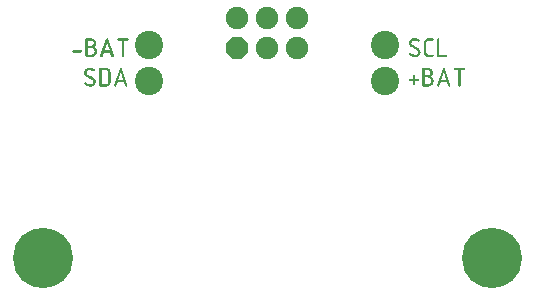
<source format=gts>
G04*
G04 #@! TF.GenerationSoftware,Altium Limited,Altium Designer,20.1.8 (145)*
G04*
G04 Layer_Color=8388736*
%FSTAX43Y43*%
%MOMM*%
G71*
G04*
G04 #@! TF.SameCoordinates,6FD7267E-AB92-4DD8-86E6-B6500F98B660*
G04*
G04*
G04 #@! TF.FilePolarity,Negative*
G04*
G01*
G75*
%ADD10C,2.400*%
%ADD11C,1.900*%
%ADD12P,2.057X8X22.5*%
%ADD13C,5.100*%
G36*
X005898Y0069094D02*
X0059008Y0069091D01*
X0059039Y0069088D01*
X0059069Y0069085D01*
X0059139Y0069074D01*
X0059211Y006906D01*
X005928Y0069038D01*
X0059311Y0069024D01*
X0059341Y0069007D01*
X0059344Y0069005D01*
X005935Y0069002D01*
X0059361Y0068994D01*
X0059372Y0068982D01*
X0059391Y0068955D01*
X0059397Y0068935D01*
X00594Y0068916D01*
Y0068913D01*
Y006891D01*
X0059397Y0068891D01*
X0059386Y0068869D01*
X005938Y0068855D01*
X0059369Y0068844D01*
X0059363Y0068838D01*
X005935Y006883D01*
X0059327Y0068819D01*
X0059313Y0068816D01*
X0059297Y0068813D01*
X0059294D01*
X0059286Y0068816D01*
X0059272Y0068819D01*
X0059255Y0068824D01*
X0059252D01*
X0059247Y0068827D01*
X0059238Y006883D01*
X0059225Y0068835D01*
X0059211Y0068841D01*
X0059191Y0068846D01*
X0059147Y006886D01*
X0059094Y0068871D01*
X0059036Y0068883D01*
X0058975Y0068891D01*
X0058911Y0068894D01*
X0058897D01*
X005888Y0068891D01*
X0058861Y0068885D01*
X0058836Y006888D01*
X0058814Y0068869D01*
X0058789Y0068852D01*
X0058764Y0068833D01*
X0058761Y006883D01*
X0058755Y0068821D01*
X0058744Y0068808D01*
X0058736Y0068791D01*
X0058725Y0068769D01*
X0058714Y0068744D01*
X0058708Y0068716D01*
X0058705Y0068685D01*
Y0068683D01*
Y006868D01*
X0058708Y0068663D01*
X0058711Y0068641D01*
X0058719Y0068613D01*
X0058733Y0068583D01*
X0058753Y0068552D01*
X005878Y0068524D01*
X0058816Y0068499D01*
X0059252Y0068275D01*
X0059255D01*
X0059263Y0068269D01*
X0059275Y0068263D01*
X0059288Y0068252D01*
X0059305Y0068241D01*
X0059325Y0068225D01*
X0059344Y0068205D01*
X0059366Y0068186D01*
X0059388Y0068161D01*
X0059408Y0068136D01*
X0059427Y0068105D01*
X0059444Y0068072D01*
X0059458Y0068036D01*
X0059472Y0067997D01*
X0059477Y0067955D01*
X005948Y0067911D01*
Y0067908D01*
Y0067903D01*
Y0067894D01*
X0059477Y0067883D01*
X0059474Y006785D01*
X0059466Y0067811D01*
X0059449Y0067767D01*
X0059427Y0067717D01*
X00594Y0067667D01*
X005938Y0067642D01*
X0059358Y0067619D01*
X0059352Y0067614D01*
X0059336Y00676D01*
X0059311Y0067581D01*
X0059275Y0067561D01*
X0059233Y0067539D01*
X0059183Y0067519D01*
X0059127Y0067506D01*
X0059097Y0067503D01*
X0059066Y00675D01*
X0059039D01*
X0059016Y0067503D01*
X0058991Y0067506D01*
X0058961Y0067508D01*
X0058928Y0067514D01*
X0058891Y0067522D01*
X0058808Y0067542D01*
X0058767Y0067556D01*
X0058722Y0067572D01*
X0058675Y0067592D01*
X005863Y0067617D01*
X0058586Y0067642D01*
X0058542Y0067672D01*
X0058539Y0067675D01*
X0058536Y0067678D01*
X0058522Y0067694D01*
X0058506Y0067722D01*
X0058503Y0067739D01*
X00585Y0067755D01*
Y0067758D01*
Y0067764D01*
X0058503Y006778D01*
X0058511Y0067803D01*
X0058528Y0067825D01*
X0058531Y0067828D01*
X0058533Y006783D01*
X0058547Y0067841D01*
X0058572Y006785D01*
X0058586Y0067855D01*
X0058605D01*
X0058617Y0067853D01*
X0058633Y006785D01*
X0058653Y0067841D01*
X0058655Y0067839D01*
X0058667Y0067833D01*
X0058683Y0067825D01*
X0058708Y0067811D01*
X0058739Y0067794D01*
X0058775Y0067775D01*
X0058819Y0067755D01*
X0058869Y006773D01*
X0058872D01*
X0058886Y0067725D01*
X0058903Y0067722D01*
X0058928Y0067717D01*
X0058955Y0067711D01*
X0058989Y0067708D01*
X0059027Y0067703D01*
X005908D01*
X0059097Y0067705D01*
X0059116Y0067711D01*
X0059139Y0067717D01*
X0059164Y0067728D01*
X0059186Y0067744D01*
X0059211Y0067764D01*
X0059213Y0067767D01*
X0059222Y0067775D01*
X005923Y0067789D01*
X0059244Y0067805D01*
X0059255Y0067828D01*
X0059263Y0067853D01*
X0059272Y006788D01*
X0059275Y0067911D01*
Y0067914D01*
Y0067916D01*
Y006793D01*
X0059269Y0067953D01*
X0059263Y006798D01*
X0059252Y0068011D01*
X0059238Y0068041D01*
X0059216Y0068069D01*
X0059186Y0068094D01*
X0058722Y0068319D01*
X0058719Y0068322D01*
X0058714Y0068325D01*
X0058703Y006833D01*
X0058689Y0068341D01*
X0058669Y0068352D01*
X0058653Y0068369D01*
X005863Y0068386D01*
X0058611Y0068408D01*
X0058592Y0068433D01*
X0058569Y0068458D01*
X0058553Y0068488D01*
X0058536Y0068522D01*
X0058519Y0068558D01*
X0058508Y0068597D01*
X0058503Y0068641D01*
X00585Y0068685D01*
Y0068688D01*
Y0068694D01*
Y0068702D01*
X0058503Y0068713D01*
X0058506Y0068747D01*
X0058514Y0068785D01*
X0058531Y006883D01*
X005855Y006888D01*
X0058581Y0068927D01*
X0058597Y0068952D01*
X0058619Y0068974D01*
X0058622Y0068977D01*
X0058625Y006898D01*
X0058642Y0068994D01*
X0058667Y0069013D01*
X00587Y0069035D01*
X0058744Y0069057D01*
X0058792Y0069077D01*
X005885Y0069091D01*
X005888Y0069096D01*
X0058958D01*
X005898Y0069094D01*
D02*
G37*
G36*
X0061623D02*
X006164Y0069088D01*
X0061657Y0069077D01*
X0061673Y0069063D01*
X0061687Y0069044D01*
X0061698Y0069019D01*
X0062159Y0067633D01*
Y006763D01*
X0062162Y0067622D01*
X0062165Y0067611D01*
Y00676D01*
Y0067594D01*
X0062162Y0067583D01*
X0062159Y0067569D01*
X0062151Y006755D01*
X006214Y0067531D01*
X006212Y0067517D01*
X0062095Y0067506D01*
X0062062Y00675D01*
X0062051D01*
X0062037Y0067503D01*
X0062023Y0067508D01*
X0062006Y0067517D01*
X006199Y0067531D01*
X0061976Y0067547D01*
X0061965Y0067569D01*
X0061859Y0067886D01*
X0061335D01*
X0061229Y0067569D01*
Y0067567D01*
X0061223Y0067558D01*
X0061218Y0067547D01*
X006121Y0067536D01*
X0061196Y0067522D01*
X0061179Y0067511D01*
X0061157Y0067503D01*
X0061132Y00675D01*
X0061126D01*
X0061115Y0067503D01*
X0061101Y0067506D01*
X0061082Y0067514D01*
X0061062Y0067525D01*
X0061049Y0067542D01*
X0061037Y0067567D01*
X0061032Y00676D01*
Y0067603D01*
Y0067611D01*
X0061035Y0067633D01*
X0061496Y0069016D01*
X0061498Y0069019D01*
X0061501Y006903D01*
X0061509Y0069041D01*
X0061518Y0069057D01*
X0061532Y0069071D01*
X0061551Y0069085D01*
X0061573Y0069094D01*
X0061598Y0069096D01*
X0061609D01*
X0061623Y0069094D01*
D02*
G37*
G36*
X0060363D02*
X0060393Y0069091D01*
X0060435Y0069082D01*
X0060482Y0069069D01*
X0060529Y0069046D01*
X0060579Y0069016D01*
X0060604Y0068999D01*
X0060627Y0068977D01*
X0060629D01*
X0060632Y0068971D01*
X0060646Y0068955D01*
X0060665Y006893D01*
X0060688Y0068896D01*
X0060707Y0068855D01*
X0060727Y0068805D01*
X006074Y0068747D01*
X0060746Y0068716D01*
Y0068685D01*
Y0067911D01*
Y0067908D01*
Y0067903D01*
Y0067894D01*
X0060743Y0067883D01*
X006074Y006785D01*
X0060732Y0067811D01*
X0060715Y0067764D01*
X0060693Y0067717D01*
X0060665Y0067667D01*
X0060646Y0067642D01*
X0060624Y0067619D01*
X0060618Y0067614D01*
X0060602Y00676D01*
X0060577Y0067581D01*
X0060543Y0067561D01*
X0060502Y0067539D01*
X0060452Y0067519D01*
X0060393Y0067506D01*
X0060363Y0067503D01*
X0060332Y00675D01*
X005986D01*
X0059849Y0067503D01*
X0059835Y0067506D01*
X0059816Y0067514D01*
X0059797Y0067525D01*
X0059783Y0067542D01*
X0059772Y0067567D01*
X0059766Y00676D01*
Y0068996D01*
Y0069002D01*
X0059769Y0069013D01*
X0059772Y0069027D01*
X005978Y0069046D01*
X0059791Y0069066D01*
X0059808Y006908D01*
X0059833Y0069091D01*
X0059866Y0069096D01*
X0060349D01*
X0060363Y0069094D01*
D02*
G37*
G36*
X0058238Y0070586D02*
X0058255Y0070583D01*
X0058275Y0070577D01*
X0058291Y0070564D01*
X0058308Y0070547D01*
X0058319Y0070522D01*
X0058325Y0070489D01*
Y0070483D01*
X0058322Y0070472D01*
X0058319Y0070455D01*
X0058311Y0070439D01*
X00583Y0070419D01*
X005828Y0070403D01*
X0058255Y0070391D01*
X0058222Y0070386D01*
X0057594D01*
X0057583Y0070389D01*
X0057569Y0070391D01*
X005755Y00704D01*
X0057531Y0070411D01*
X0057517Y007043D01*
X0057506Y0070455D01*
X00575Y0070489D01*
Y0070494D01*
X0057503Y0070505D01*
X0057506Y0070519D01*
X0057514Y0070539D01*
X0057525Y0070558D01*
X0057542Y0070572D01*
X0057567Y0070583D01*
X00576Y0070589D01*
X0058227D01*
X0058238Y0070586D01*
D02*
G37*
G36*
X0062189Y0071594D02*
X0062206Y0071591D01*
X0062225Y0071585D01*
X0062242Y0071571D01*
X0062258Y0071555D01*
X006227Y007153D01*
X0062275Y0071496D01*
Y0071491D01*
X0062272Y007148D01*
X006227Y0071463D01*
X0062261Y0071446D01*
X006225Y0071427D01*
X0062231Y007141D01*
X0062206Y0071399D01*
X0062172Y0071394D01*
X0061889D01*
Y00701D01*
Y0070094D01*
X0061886Y0070083D01*
X0061884Y0070069D01*
X0061875Y007005D01*
X0061864Y0070031D01*
X0061845Y0070017D01*
X006182Y0070006D01*
X0061786Y007D01*
X0061781D01*
X006177Y0070003D01*
X0061753Y0070006D01*
X0061737Y0070014D01*
X0061717Y0070025D01*
X00617Y0070042D01*
X0061689Y0070067D01*
X0061684Y00701D01*
Y0071394D01*
X0061392D01*
X0061381Y0071396D01*
X0061367Y0071399D01*
X0061348Y0071408D01*
X0061328Y0071419D01*
X0061315Y0071438D01*
X0061303Y0071463D01*
X0061298Y0071496D01*
Y0071502D01*
X0061301Y0071513D01*
X0061303Y0071527D01*
X0061312Y0071546D01*
X0061323Y0071566D01*
X006134Y007158D01*
X0061364Y0071591D01*
X0061398Y0071596D01*
X0062178D01*
X0062189Y0071594D01*
D02*
G37*
G36*
X0060465D02*
X0060482Y0071588D01*
X0060498Y0071577D01*
X0060515Y0071563D01*
X0060529Y0071544D01*
X006054Y0071519D01*
X0061001Y0070133D01*
Y007013D01*
X0061004Y0070122D01*
X0061006Y0070111D01*
Y00701D01*
Y0070094D01*
X0061004Y0070083D01*
X0061001Y0070069D01*
X0060992Y007005D01*
X0060981Y0070031D01*
X0060962Y0070017D01*
X0060937Y0070006D01*
X0060904Y007D01*
X0060893D01*
X0060879Y0070003D01*
X0060865Y0070008D01*
X0060848Y0070017D01*
X0060831Y0070031D01*
X0060818Y0070047D01*
X0060806Y0070069D01*
X0060701Y0070386D01*
X0060176D01*
X0060071Y0070069D01*
Y0070067D01*
X0060065Y0070058D01*
X006006Y0070047D01*
X0060051Y0070036D01*
X0060037Y0070022D01*
X0060021Y0070011D01*
X0059999Y0070003D01*
X0059974Y007D01*
X0059968D01*
X0059957Y0070003D01*
X0059943Y0070006D01*
X0059924Y0070014D01*
X0059904Y0070025D01*
X005989Y0070042D01*
X0059879Y0070067D01*
X0059874Y00701D01*
Y0070103D01*
Y0070111D01*
X0059876Y0070133D01*
X0060337Y0071516D01*
X006034Y0071519D01*
X0060343Y007153D01*
X0060351Y0071541D01*
X006036Y0071557D01*
X0060373Y0071571D01*
X0060393Y0071585D01*
X0060415Y0071594D01*
X006044Y0071596D01*
X0060451D01*
X0060465Y0071594D01*
D02*
G37*
G36*
X0059127D02*
X0059157Y0071591D01*
X0059199Y0071582D01*
X0059246Y0071569D01*
X0059293Y0071546D01*
X0059343Y0071516D01*
X0059368Y0071499D01*
X0059391Y0071477D01*
X0059393D01*
X0059396Y0071471D01*
X005941Y0071455D01*
X0059429Y007143D01*
X0059452Y0071396D01*
X0059471Y0071355D01*
X0059491Y0071305D01*
X0059504Y0071247D01*
X005951Y0071216D01*
Y0071185D01*
Y0071183D01*
Y0071177D01*
Y0071166D01*
X0059507Y0071152D01*
X0059504Y0071135D01*
X0059502Y0071119D01*
X0059493Y0071074D01*
X0059474Y0071024D01*
X0059449Y0070977D01*
X0059432Y0070952D01*
X0059413Y0070927D01*
X0059391Y0070905D01*
X0059366Y0070886D01*
X0059368D01*
X0059374Y007088D01*
X0059385Y0070872D01*
X0059402Y0070863D01*
X0059418Y007085D01*
X0059435Y0070833D01*
X0059457Y0070813D01*
X0059477Y0070791D01*
X0059496Y0070763D01*
X0059518Y0070736D01*
X0059535Y0070702D01*
X0059554Y0070666D01*
X0059568Y0070627D01*
X0059579Y0070586D01*
X0059585Y0070539D01*
X0059588Y0070489D01*
Y0070486D01*
Y007048D01*
Y0070469D01*
X0059585Y0070455D01*
X0059582Y0070439D01*
X0059579Y0070416D01*
X0059571Y0070369D01*
X0059552Y0070314D01*
X0059527Y0070258D01*
X005951Y0070228D01*
X0059491Y0070197D01*
X0059468Y0070169D01*
X0059443Y0070142D01*
X0059441Y0070139D01*
X0059438Y0070136D01*
X0059429Y0070128D01*
X0059418Y0070119D01*
X0059404Y0070108D01*
X0059388Y0070097D01*
X0059346Y0070072D01*
X0059296Y0070044D01*
X0059235Y0070022D01*
X0059169Y0070006D01*
X0059132Y0070003D01*
X0059096Y007D01*
X0058702D01*
X0058691Y0070003D01*
X0058677Y0070006D01*
X0058658Y0070014D01*
X0058638Y0070025D01*
X0058624Y0070042D01*
X0058613Y0070067D01*
X0058608Y00701D01*
Y0071496D01*
Y0071502D01*
X005861Y0071513D01*
X0058613Y0071527D01*
X0058622Y0071546D01*
X0058633Y0071566D01*
X0058649Y007158D01*
X0058674Y0071591D01*
X0058708Y0071596D01*
X0059113D01*
X0059127Y0071594D01*
D02*
G37*
G36*
X008648D02*
X0086508Y0071591D01*
X0086539Y0071588D01*
X0086569Y0071585D01*
X0086639Y0071574D01*
X0086711Y007156D01*
X008678Y0071538D01*
X0086811Y0071524D01*
X0086841Y0071507D01*
X0086844Y0071505D01*
X008685Y0071502D01*
X0086861Y0071494D01*
X0086872Y0071482D01*
X0086891Y0071455D01*
X0086897Y0071435D01*
X0086899Y0071416D01*
Y0071413D01*
Y007141D01*
X0086897Y0071391D01*
X0086886Y0071369D01*
X008688Y0071355D01*
X0086869Y0071344D01*
X0086863Y0071338D01*
X008685Y007133D01*
X0086827Y0071319D01*
X0086813Y0071316D01*
X0086797Y0071313D01*
X0086794D01*
X0086786Y0071316D01*
X0086772Y0071319D01*
X0086755Y0071324D01*
X0086752D01*
X0086747Y0071327D01*
X0086738Y007133D01*
X0086725Y0071335D01*
X0086711Y0071341D01*
X0086691Y0071346D01*
X0086647Y007136D01*
X0086594Y0071371D01*
X0086536Y0071383D01*
X0086475Y0071391D01*
X0086411Y0071394D01*
X0086397D01*
X008638Y0071391D01*
X0086361Y0071385D01*
X0086336Y007138D01*
X0086314Y0071369D01*
X0086289Y0071352D01*
X0086264Y0071333D01*
X0086261Y007133D01*
X0086255Y0071321D01*
X0086244Y0071308D01*
X0086236Y0071291D01*
X0086225Y0071269D01*
X0086214Y0071244D01*
X0086208Y0071216D01*
X0086205Y0071185D01*
Y0071183D01*
Y007118D01*
X0086208Y0071163D01*
X0086211Y0071141D01*
X0086219Y0071113D01*
X0086233Y0071083D01*
X0086253Y0071052D01*
X008628Y0071024D01*
X0086316Y0070999D01*
X0086752Y0070775D01*
X0086755D01*
X0086763Y0070769D01*
X0086775Y0070763D01*
X0086788Y0070752D01*
X0086805Y0070741D01*
X0086825Y0070725D01*
X0086844Y0070705D01*
X0086866Y0070686D01*
X0086888Y0070661D01*
X0086908Y0070636D01*
X0086927Y0070605D01*
X0086944Y0070572D01*
X0086958Y0070536D01*
X0086972Y0070497D01*
X0086977Y0070455D01*
X008698Y0070411D01*
Y0070408D01*
Y0070403D01*
Y0070394D01*
X0086977Y0070383D01*
X0086974Y007035D01*
X0086966Y0070311D01*
X0086949Y0070267D01*
X0086927Y0070217D01*
X0086899Y0070167D01*
X008688Y0070142D01*
X0086858Y0070119D01*
X0086852Y0070114D01*
X0086836Y00701D01*
X0086811Y0070081D01*
X0086775Y0070061D01*
X0086733Y0070039D01*
X0086683Y0070019D01*
X0086627Y0070006D01*
X0086597Y0070003D01*
X0086566Y007D01*
X0086539D01*
X0086516Y0070003D01*
X0086491Y0070006D01*
X0086461Y0070008D01*
X0086428Y0070014D01*
X0086391Y0070022D01*
X0086308Y0070042D01*
X0086267Y0070056D01*
X0086222Y0070072D01*
X0086175Y0070092D01*
X008613Y0070117D01*
X0086086Y0070142D01*
X0086042Y0070172D01*
X0086039Y0070175D01*
X0086036Y0070178D01*
X0086022Y0070194D01*
X0086006Y0070222D01*
X0086003Y0070239D01*
X0086Y0070255D01*
Y0070258D01*
Y0070264D01*
X0086003Y007028D01*
X0086011Y0070303D01*
X0086028Y0070325D01*
X0086031Y0070328D01*
X0086033Y007033D01*
X0086047Y0070341D01*
X0086072Y007035D01*
X0086086Y0070355D01*
X0086105D01*
X0086117Y0070353D01*
X0086133Y007035D01*
X0086153Y0070341D01*
X0086155Y0070339D01*
X0086167Y0070333D01*
X0086183Y0070325D01*
X0086208Y0070311D01*
X0086239Y0070294D01*
X0086275Y0070275D01*
X0086319Y0070255D01*
X0086369Y007023D01*
X0086372D01*
X0086386Y0070225D01*
X0086403Y0070222D01*
X0086428Y0070217D01*
X0086455Y0070211D01*
X0086489Y0070208D01*
X0086527Y0070203D01*
X008658D01*
X0086597Y0070205D01*
X0086616Y0070211D01*
X0086639Y0070217D01*
X0086664Y0070228D01*
X0086686Y0070244D01*
X0086711Y0070264D01*
X0086713Y0070267D01*
X0086722Y0070275D01*
X008673Y0070289D01*
X0086744Y0070305D01*
X0086755Y0070328D01*
X0086763Y0070353D01*
X0086772Y007038D01*
X0086775Y0070411D01*
Y0070414D01*
Y0070416D01*
Y007043D01*
X0086769Y0070453D01*
X0086763Y007048D01*
X0086752Y0070511D01*
X0086738Y0070541D01*
X0086716Y0070569D01*
X0086686Y0070594D01*
X0086222Y0070819D01*
X0086219Y0070822D01*
X0086214Y0070825D01*
X0086203Y007083D01*
X0086189Y0070841D01*
X0086169Y0070852D01*
X0086153Y0070869D01*
X008613Y0070886D01*
X0086111Y0070908D01*
X0086092Y0070933D01*
X0086069Y0070958D01*
X0086053Y0070988D01*
X0086036Y0071022D01*
X0086019Y0071058D01*
X0086008Y0071097D01*
X0086003Y0071141D01*
X0086Y0071185D01*
Y0071188D01*
Y0071194D01*
Y0071202D01*
X0086003Y0071213D01*
X0086006Y0071247D01*
X0086014Y0071285D01*
X0086031Y007133D01*
X008605Y007138D01*
X0086081Y0071427D01*
X0086097Y0071452D01*
X0086119Y0071474D01*
X0086122Y0071477D01*
X0086125Y007148D01*
X0086142Y0071494D01*
X0086167Y0071513D01*
X00862Y0071535D01*
X0086244Y0071557D01*
X0086291Y0071577D01*
X008635Y0071591D01*
X008638Y0071596D01*
X0086458D01*
X008648Y0071594D01*
D02*
G37*
G36*
X0088493D02*
X008851Y0071591D01*
X0088529Y0071585D01*
X0088546Y0071571D01*
X0088562Y0071555D01*
X0088574Y007153D01*
X0088579Y0071496D01*
Y0070203D01*
X0089101D01*
X0089112Y00702D01*
X0089129Y0070197D01*
X0089148Y0070192D01*
X0089165Y0070178D01*
X0089182Y0070161D01*
X0089193Y0070136D01*
X0089198Y0070103D01*
Y0070097D01*
X0089195Y0070086D01*
X0089193Y0070069D01*
X0089184Y0070053D01*
X0089173Y0070033D01*
X0089154Y0070017D01*
X0089129Y0070006D01*
X0089095Y007D01*
X0088468D01*
X0088457Y0070003D01*
X0088443Y0070006D01*
X0088424Y0070014D01*
X0088404Y0070025D01*
X008839Y0070042D01*
X0088379Y0070067D01*
X0088374Y00701D01*
Y0071496D01*
Y0071502D01*
X0088376Y0071513D01*
X0088379Y0071527D01*
X0088388Y0071546D01*
X0088399Y0071566D01*
X0088418Y007158D01*
X0088443Y0071591D01*
X0088476Y0071596D01*
X0088482D01*
X0088493Y0071594D01*
D02*
G37*
G36*
X0088002D02*
X0088018Y0071591D01*
X0088038Y0071585D01*
X0088054Y0071571D01*
X0088071Y0071555D01*
X0088082Y007153D01*
X0088088Y0071496D01*
Y0071491D01*
X0088085Y007148D01*
X0088082Y0071463D01*
X0088074Y0071446D01*
X0088063Y0071427D01*
X0088043Y007141D01*
X0088018Y0071399D01*
X0087985Y0071394D01*
X0087663D01*
X0087646Y0071391D01*
X0087627Y0071385D01*
X0087602Y007138D01*
X008758Y0071369D01*
X0087555Y0071352D01*
X008753Y0071333D01*
X0087527Y007133D01*
X0087521Y0071321D01*
X008751Y0071308D01*
X0087502Y0071291D01*
X0087491Y0071269D01*
X008748Y0071244D01*
X0087474Y0071216D01*
X0087471Y0071185D01*
Y0070411D01*
Y0070408D01*
Y0070397D01*
X0087474Y007038D01*
X008748Y0070358D01*
X0087485Y0070336D01*
X0087496Y0070311D01*
X008751Y0070286D01*
X008753Y0070261D01*
X0087532Y0070258D01*
X0087541Y0070253D01*
X0087555Y0070242D01*
X0087571Y0070233D01*
X0087594Y0070222D01*
X0087619Y0070211D01*
X0087646Y0070205D01*
X0087677Y0070203D01*
X0087991D01*
X0088002Y00702D01*
X0088018Y0070197D01*
X0088038Y0070192D01*
X0088054Y0070178D01*
X0088071Y0070161D01*
X0088082Y0070136D01*
X0088088Y0070103D01*
Y0070097D01*
X0088085Y0070086D01*
X0088082Y0070069D01*
X0088074Y0070053D01*
X0088063Y0070033D01*
X0088043Y0070017D01*
X0088018Y0070006D01*
X0087985Y007D01*
X008766D01*
X0087649Y0070003D01*
X0087616Y0070006D01*
X0087577Y0070014D01*
X008753Y0070031D01*
X0087482Y007005D01*
X0087433Y0070081D01*
X0087408Y0070097D01*
X0087385Y0070119D01*
Y0070122D01*
X008738Y0070125D01*
X0087366Y0070142D01*
X0087346Y0070167D01*
X0087327Y00702D01*
X0087305Y0070244D01*
X0087285Y0070291D01*
X0087272Y007035D01*
X0087269Y007038D01*
X0087266Y0070411D01*
Y0071185D01*
Y0071188D01*
Y0071194D01*
Y0071202D01*
X0087269Y0071213D01*
X0087272Y0071247D01*
X008728Y0071285D01*
X0087297Y007133D01*
X0087316Y007138D01*
X0087346Y0071427D01*
X0087363Y0071452D01*
X0087385Y0071474D01*
X0087388Y0071477D01*
X0087391Y007148D01*
X0087408Y0071494D01*
X0087433Y0071513D01*
X0087466Y0071535D01*
X008751Y0071557D01*
X0087557Y0071577D01*
X0087616Y0071591D01*
X0087646Y0071596D01*
X0087991D01*
X0088002Y0071594D01*
D02*
G37*
G36*
X008643Y0068474D02*
X0086447Y0068472D01*
X0086466Y0068466D01*
X0086483Y0068452D01*
X00865Y0068436D01*
X0086511Y0068411D01*
X0086516Y0068377D01*
Y0068166D01*
X008673D01*
X0086741Y0068164D01*
X0086758Y0068161D01*
X0086777Y0068155D01*
X0086794Y0068141D01*
X0086811Y0068125D01*
X0086822Y00681D01*
X0086827Y0068066D01*
Y0068061D01*
X0086825Y006805D01*
X0086822Y0068033D01*
X0086813Y0068016D01*
X0086802Y0067997D01*
X0086783Y006798D01*
X0086758Y0067969D01*
X0086725Y0067964D01*
X0086516D01*
Y0067755D01*
Y006775D01*
X0086514Y0067739D01*
X0086511Y0067725D01*
X0086503Y0067705D01*
X0086491Y0067686D01*
X0086472Y0067672D01*
X0086447Y0067661D01*
X0086414Y0067655D01*
X0086408D01*
X0086397Y0067658D01*
X008638Y0067661D01*
X0086364Y0067669D01*
X0086344Y006768D01*
X0086328Y0067697D01*
X0086316Y0067722D01*
X0086311Y0067755D01*
Y0067964D01*
X0086097D01*
X0086086Y0067966D01*
X0086069Y0067969D01*
X0086053Y0067978D01*
X0086033Y0067989D01*
X0086017Y0068008D01*
X0086006Y0068033D01*
X0086Y0068066D01*
Y0068072D01*
X0086003Y0068083D01*
X0086006Y0068097D01*
X0086014Y0068116D01*
X0086025Y0068136D01*
X0086044Y006815D01*
X0086069Y0068161D01*
X0086103Y0068166D01*
X0086311D01*
Y0068377D01*
Y0068383D01*
X0086314Y0068394D01*
X0086316Y0068408D01*
X0086325Y0068427D01*
X0086336Y0068447D01*
X0086355Y0068461D01*
X008638Y0068472D01*
X0086414Y0068477D01*
X0086419D01*
X008643Y0068474D01*
D02*
G37*
G36*
X0090689Y0069094D02*
X0090706Y0069091D01*
X0090725Y0069085D01*
X0090742Y0069071D01*
X0090758Y0069055D01*
X009077Y006903D01*
X0090775Y0068996D01*
Y0068991D01*
X0090772Y006898D01*
X009077Y0068963D01*
X0090761Y0068946D01*
X009075Y0068927D01*
X0090731Y006891D01*
X0090706Y0068899D01*
X0090672Y0068894D01*
X0090389D01*
Y00676D01*
Y0067594D01*
X0090386Y0067583D01*
X0090384Y0067569D01*
X0090375Y006755D01*
X0090364Y0067531D01*
X0090345Y0067517D01*
X009032Y0067506D01*
X0090286Y00675D01*
X0090281D01*
X009027Y0067503D01*
X0090253Y0067506D01*
X0090237Y0067514D01*
X0090217Y0067525D01*
X00902Y0067542D01*
X0090189Y0067567D01*
X0090184Y00676D01*
Y0068894D01*
X0089892D01*
X0089881Y0068896D01*
X0089867Y0068899D01*
X0089848Y0068908D01*
X0089828Y0068919D01*
X0089815Y0068938D01*
X0089803Y0068963D01*
X0089798Y0068996D01*
Y0069002D01*
X0089801Y0069013D01*
X0089803Y0069027D01*
X0089812Y0069046D01*
X0089823Y0069066D01*
X008984Y006908D01*
X0089865Y0069091D01*
X0089898Y0069096D01*
X0090678D01*
X0090689Y0069094D01*
D02*
G37*
G36*
X0088965D02*
X0088982Y0069088D01*
X0088998Y0069077D01*
X0089015Y0069063D01*
X0089029Y0069044D01*
X008904Y0069019D01*
X0089501Y0067633D01*
Y006763D01*
X0089504Y0067622D01*
X0089506Y0067611D01*
Y00676D01*
Y0067594D01*
X0089504Y0067583D01*
X0089501Y0067569D01*
X0089492Y006755D01*
X0089481Y0067531D01*
X0089462Y0067517D01*
X0089437Y0067506D01*
X0089404Y00675D01*
X0089393D01*
X0089379Y0067503D01*
X0089365Y0067508D01*
X0089348Y0067517D01*
X0089331Y0067531D01*
X0089318Y0067547D01*
X0089306Y0067569D01*
X0089201Y0067886D01*
X0088676D01*
X0088571Y0067569D01*
Y0067567D01*
X0088565Y0067558D01*
X008856Y0067547D01*
X0088551Y0067536D01*
X0088537Y0067522D01*
X0088521Y0067511D01*
X0088499Y0067503D01*
X0088474Y00675D01*
X0088468D01*
X0088457Y0067503D01*
X0088443Y0067506D01*
X0088424Y0067514D01*
X0088404Y0067525D01*
X008839Y0067542D01*
X0088379Y0067567D01*
X0088374Y00676D01*
Y0067603D01*
Y0067611D01*
X0088376Y0067633D01*
X0088837Y0069016D01*
X008884Y0069019D01*
X0088843Y006903D01*
X0088851Y0069041D01*
X008886Y0069057D01*
X0088873Y0069071D01*
X0088893Y0069085D01*
X0088915Y0069094D01*
X008894Y0069096D01*
X0088951D01*
X0088965Y0069094D01*
D02*
G37*
G36*
X0087627D02*
X0087657Y0069091D01*
X0087699Y0069082D01*
X0087746Y0069069D01*
X0087793Y0069046D01*
X0087843Y0069016D01*
X0087868Y0068999D01*
X0087891Y0068977D01*
X0087893D01*
X0087896Y0068971D01*
X008791Y0068955D01*
X0087929Y006893D01*
X0087952Y0068896D01*
X0087971Y0068855D01*
X0087991Y0068805D01*
X0088004Y0068747D01*
X008801Y0068716D01*
Y0068685D01*
Y0068683D01*
Y0068677D01*
Y0068666D01*
X0088007Y0068652D01*
X0088004Y0068635D01*
X0088002Y0068619D01*
X0087993Y0068574D01*
X0087974Y0068524D01*
X0087949Y0068477D01*
X0087932Y0068452D01*
X0087913Y0068427D01*
X0087891Y0068405D01*
X0087866Y0068386D01*
X0087868D01*
X0087874Y006838D01*
X0087885Y0068372D01*
X0087902Y0068363D01*
X0087918Y006835D01*
X0087935Y0068333D01*
X0087957Y0068313D01*
X0087977Y0068291D01*
X0087996Y0068263D01*
X0088018Y0068236D01*
X0088035Y0068202D01*
X0088054Y0068166D01*
X0088068Y0068127D01*
X0088079Y0068086D01*
X0088085Y0068039D01*
X0088088Y0067989D01*
Y0067986D01*
Y006798D01*
Y0067969D01*
X0088085Y0067955D01*
X0088082Y0067939D01*
X0088079Y0067916D01*
X0088071Y0067869D01*
X0088052Y0067814D01*
X0088027Y0067758D01*
X008801Y0067728D01*
X0087991Y0067697D01*
X0087968Y0067669D01*
X0087943Y0067642D01*
X0087941Y0067639D01*
X0087938Y0067636D01*
X0087929Y0067628D01*
X0087918Y0067619D01*
X0087904Y0067608D01*
X0087888Y0067597D01*
X0087846Y0067572D01*
X0087796Y0067544D01*
X0087735Y0067522D01*
X0087669Y0067506D01*
X0087632Y0067503D01*
X0087596Y00675D01*
X0087202D01*
X0087191Y0067503D01*
X0087177Y0067506D01*
X0087158Y0067514D01*
X0087138Y0067525D01*
X0087124Y0067542D01*
X0087113Y0067567D01*
X0087108Y00676D01*
Y0068996D01*
Y0069002D01*
X008711Y0069013D01*
X0087113Y0069027D01*
X0087122Y0069046D01*
X0087133Y0069066D01*
X0087149Y006908D01*
X0087174Y0069091D01*
X0087208Y0069096D01*
X0087613D01*
X0087627Y0069094D01*
D02*
G37*
%LPC*%
G36*
X0061598Y0068724D02*
X0061396Y0068089D01*
X0061801D01*
X0061598Y0068724D01*
D02*
G37*
G36*
X0060332Y0068894D02*
X0059971D01*
Y0067703D01*
X0060346D01*
X0060363Y0067705D01*
X0060382Y0067711D01*
X0060404Y0067717D01*
X0060429Y0067728D01*
X0060452Y0067744D01*
X0060477Y0067764D01*
X0060479Y0067767D01*
X0060488Y0067775D01*
X0060496Y0067789D01*
X006051Y0067805D01*
X0060521Y0067828D01*
X0060529Y0067853D01*
X0060538Y006788D01*
X0060541Y0067911D01*
Y0068685D01*
Y0068688D01*
Y0068699D01*
X0060538Y0068716D01*
X0060532Y0068735D01*
X0060527Y006876D01*
X0060516Y0068783D01*
X0060499Y0068808D01*
X0060479Y0068833D01*
X0060477Y0068835D01*
X0060468Y0068841D01*
X0060454Y0068852D01*
X0060438Y0068863D01*
X0060416Y0068874D01*
X0060391Y0068885D01*
X0060363Y0068891D01*
X0060332Y0068894D01*
D02*
G37*
G36*
X006044Y0071224D02*
X0060237Y0070589D01*
X0060643D01*
X006044Y0071224D01*
D02*
G37*
G36*
X0059096Y0071394D02*
X0058813D01*
Y0070977D01*
X005911D01*
X0059127Y007098D01*
X0059146Y0070986D01*
X0059169Y0070991D01*
X0059194Y0071002D01*
X0059216Y0071019D01*
X0059241Y0071038D01*
X0059243Y0071041D01*
X0059252Y0071049D01*
X005926Y0071063D01*
X0059274Y007108D01*
X0059285Y0071102D01*
X0059293Y0071127D01*
X0059302Y0071155D01*
X0059305Y0071185D01*
Y0071188D01*
Y0071199D01*
X0059302Y0071216D01*
X0059296Y0071235D01*
X0059291Y007126D01*
X005928Y0071283D01*
X0059263Y0071308D01*
X0059243Y0071333D01*
X0059241Y0071335D01*
X0059232Y0071341D01*
X0059218Y0071352D01*
X0059202Y0071363D01*
X005918Y0071374D01*
X0059155Y0071385D01*
X0059127Y0071391D01*
X0059096Y0071394D01*
D02*
G37*
G36*
Y0070775D02*
X0058813D01*
Y0070203D01*
X0059116D01*
X0059138Y0070208D01*
X0059166Y0070214D01*
X0059199Y0070222D01*
X0059232Y0070236D01*
X0059266Y0070255D01*
X0059299Y0070283D01*
X0059302Y0070286D01*
X0059313Y0070297D01*
X0059327Y0070316D01*
X0059341Y0070341D01*
X0059357Y0070369D01*
X0059368Y0070405D01*
X005938Y0070444D01*
X0059382Y0070489D01*
Y0070491D01*
Y0070494D01*
Y0070508D01*
X0059377Y007053D01*
X0059371Y0070558D01*
X0059363Y0070591D01*
X0059346Y0070625D01*
X0059327Y0070658D01*
X0059299Y0070691D01*
X0059296Y0070694D01*
X0059285Y0070705D01*
X0059266Y0070719D01*
X0059243Y0070733D01*
X0059213Y007075D01*
X005918Y0070761D01*
X0059141Y0070772D01*
X0059096Y0070775D01*
D02*
G37*
G36*
X008894Y0068724D02*
X0088737Y0068089D01*
X0089143D01*
X008894Y0068724D01*
D02*
G37*
G36*
X0087596Y0068894D02*
X0087313D01*
Y0068477D01*
X008761D01*
X0087627Y006848D01*
X0087646Y0068486D01*
X0087669Y0068491D01*
X0087693Y0068502D01*
X0087716Y0068519D01*
X0087741Y0068538D01*
X0087743Y0068541D01*
X0087752Y0068549D01*
X008776Y0068563D01*
X0087774Y006858D01*
X0087785Y0068602D01*
X0087793Y0068627D01*
X0087802Y0068655D01*
X0087805Y0068685D01*
Y0068688D01*
Y0068699D01*
X0087802Y0068716D01*
X0087796Y0068735D01*
X0087791Y006876D01*
X008778Y0068783D01*
X0087763Y0068808D01*
X0087743Y0068833D01*
X0087741Y0068835D01*
X0087732Y0068841D01*
X0087718Y0068852D01*
X0087702Y0068863D01*
X008768Y0068874D01*
X0087655Y0068885D01*
X0087627Y0068891D01*
X0087596Y0068894D01*
D02*
G37*
G36*
Y0068275D02*
X0087313D01*
Y0067703D01*
X0087616D01*
X0087638Y0067708D01*
X0087666Y0067714D01*
X0087699Y0067722D01*
X0087732Y0067736D01*
X0087766Y0067755D01*
X0087799Y0067783D01*
X0087802Y0067786D01*
X0087813Y0067797D01*
X0087827Y0067816D01*
X0087841Y0067841D01*
X0087857Y0067869D01*
X0087868Y0067905D01*
X008788Y0067944D01*
X0087882Y0067989D01*
Y0067991D01*
Y0067994D01*
Y0068008D01*
X0087877Y006803D01*
X0087871Y0068058D01*
X0087863Y0068091D01*
X0087846Y0068125D01*
X0087827Y0068158D01*
X0087799Y0068191D01*
X0087796Y0068194D01*
X0087785Y0068205D01*
X0087766Y0068219D01*
X0087743Y0068233D01*
X0087713Y006825D01*
X008768Y0068261D01*
X0087641Y0068272D01*
X0087596Y0068275D01*
D02*
G37*
%LPD*%
D10*
X0084Y0071D02*
D03*
Y0068D02*
D03*
X0064D02*
D03*
Y0071D02*
D03*
D11*
X007146Y007327D02*
D03*
X007654D02*
D03*
X0074D02*
D03*
Y007073D02*
D03*
X007654D02*
D03*
D12*
X007146D02*
D03*
D13*
X0055Y0053D02*
D03*
X0093D02*
D03*
M02*

</source>
